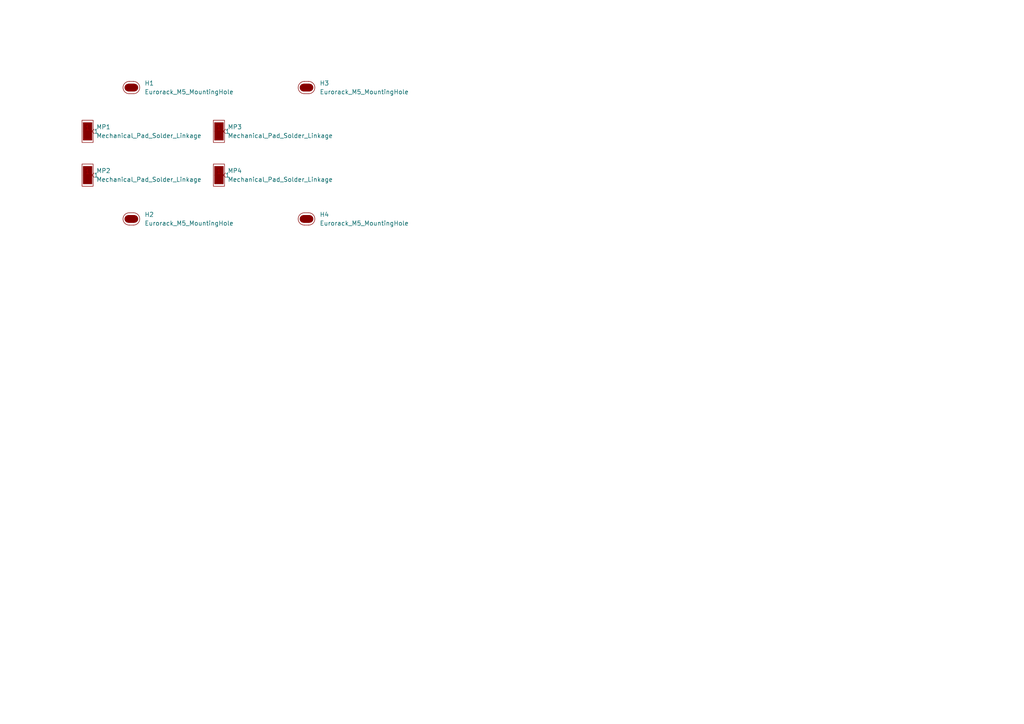
<source format=kicad_sch>
(kicad_sch (version 20250114) (generator "eeschema") (generator_version "9.0")
  (paper "A4")
  (lib_symbols
    (symbol "EXC:Eurorack_M5_MountingHole_Rail" (pin_names (offset 1.016))
      (property "Reference" "H" (at 0 5.08 0))
      (property "Value" "Eurorack_M5_MountingHole" (at 0 3.175 0))
      (symbol "Eurorack_M5_MountingHole_Rail_0_1"
        (circle (center -0.889 0) (radius 1.016) (fill (type outline)))
        (circle (center -0.762 0) (radius 1.016) (fill (type outline)))
        (circle (center -0.635 0) (radius 1.016) (fill (type outline)))
        (arc (start -0.635 -1.778) (mid -2.413 0) (end -0.635 1.778))
        (polyline (pts (xy -0.635 -1.778) (xy 0.635 -1.778)))
        (circle (center -0.508 0) (radius 1.016) (fill (type outline)))
        (circle (center -0.381 0) (radius 1.016) (fill (type outline)))
        (circle (center -0.254 0) (radius 1.016) (fill (type outline)))
        (circle (center -0.127 0) (radius 1.016) (fill (type outline)))
        (circle (center 0 0) (radius 1.016) (fill (type outline)))
        (circle (center 0.127 0) (radius 1.016) (fill (type outline)))
        (circle (center 0.254 0) (radius 1.016) (fill (type outline)))
        (circle (center 0.381 0) (radius 1.016) (fill (type outline)))
        (circle (center 0.508 0) (radius 1.016) (fill (type outline)))
        (polyline (pts (xy 0.635 1.778) (xy -0.635 1.778)))
        (arc (start 0.6141 1.778) (mid 2.4131 0) (end 0.6141 -1.778))
        (circle (center 0.635 0) (radius 1.016) (fill (type outline)))
        (circle (center 0.762 0) (radius 1.016) (fill (type outline)))
        (circle (center 0.889 0) (radius 1.016) (fill (type outline)))
      )
    )
    (symbol "EXC:Mechanical_Pad_Solder_Linkage"
      (property "Reference" "MP" (at 0 4.318 0))
      (property "Value" "Mechanical_Pad_Solder_Linkage" (at 0 -4.318 0))
      (symbol "Mechanical_Pad_Solder_Linkage_0_1"
        (rectangle (start -1.6129 3.2258) (end 1.6129 -3.2258))
        (rectangle (start -1.27 2.54) (end 1.27 -2.54) (fill (type outline)))
      )
      (symbol "Mechanical_Pad_Solder_Linkage_1_1"
        (pin bidirectional non_logic (at -1.27 0 0) (length 2.54) (name "1") (number "1"))
      )
    )
  )
  (symbol (lib_id "EXC:Eurorack_M5_MountingHole_Rail") (at 88.9 25.4 0) (unit 1)
    (property "Reference" "H3" (at 92.71 24.1299 0) (effects (justify left)))
    (property "Value" "Eurorack_M5_MountingHole" (at 92.71 26.6699 0) (effects (justify left)))
    (property "Footprint" "EXC:MountingHole_5.2mm_M5" (effects (hide yes)))
    (property "Description" "Mounting Hole without connection" (effects (hide yes)))
  )
  (symbol (lib_id "EXC:Eurorack_M5_MountingHole_Rail") (at 38.1 25.4 0) (unit 1)
    (property "Reference" "H1" (at 41.91 24.1299 0) (effects (justify left)))
    (property "Value" "Eurorack_M5_MountingHole" (at 41.91 26.6699 0) (effects (justify left)))
    (property "Footprint" "EXC:MountingHole_5.2mm_M5" (effects (hide yes)))
    (property "Description" "Mounting Hole without connection" (effects (hide yes)))
  )
  (symbol (lib_id "EXC:Mechanical_Pad_Solder_Linkage") (at 63.5 50.8 0) (unit 1)
    (property "Reference" "MP4" (at 66.04 49.5299 0) (effects (justify left)))
    (property "Value" "Mechanical_Pad_Solder_Linkage" (at 66.04 52.0699 0) (effects (justify left)))
    (property "Footprint" "EXC:SolderWirePad_1x01_SMD_1x2mm" (effects (hide yes)))
    (property "Description" "Solder pad for mechanically connecting PCBs/etc." (effects (hide yes)))
  )
  (symbol (lib_id "EXC:Mechanical_Pad_Solder_Linkage") (at 63.5 38.1 0) (unit 1)
    (property "Reference" "MP3" (at 66.04 36.8299 0) (effects (justify left)))
    (property "Value" "Mechanical_Pad_Solder_Linkage" (at 66.04 39.3699 0) (effects (justify left)))
    (property "Footprint" "EXC:SolderWirePad_1x01_SMD_1x2mm" (effects (hide yes)))
    (property "Description" "Solder pad for mechanically connecting PCBs/etc." (effects (hide yes)))
  )
  (symbol (lib_id "EXC:Eurorack_M5_MountingHole_Rail") (at 88.9 63.5 0) (unit 1)
    (property "Reference" "H4" (at 92.71 62.2299 0) (effects (justify left)))
    (property "Value" "Eurorack_M5_MountingHole" (at 92.71 64.7699 0) (effects (justify left)))
    (property "Footprint" "EXC:MountingHole_5.2mm_M5" (effects (hide yes)))
    (property "Description" "Mounting Hole without connection" (effects (hide yes)))
  )
  (symbol (lib_id "EXC:Eurorack_M5_MountingHole_Rail") (at 38.1 63.5 0) (unit 1)
    (property "Reference" "H2" (at 41.91 62.2299 0) (effects (justify left)))
    (property "Value" "Eurorack_M5_MountingHole" (at 41.91 64.7699 0) (effects (justify left)))
    (property "Footprint" "EXC:MountingHole_5.2mm_M5" (effects (hide yes)))
    (property "Description" "Mounting Hole without connection" (effects (hide yes)))
  )
  (symbol (lib_id "EXC:Mechanical_Pad_Solder_Linkage") (at 25.4 50.8 0) (unit 1)
    (property "Reference" "MP2" (at 27.94 49.5299 0) (effects (justify left)))
    (property "Value" "Mechanical_Pad_Solder_Linkage" (at 27.94 52.0699 0) (effects (justify left)))
    (property "Footprint" "EXC:SolderWirePad_1x01_SMD_1x2mm" (effects (hide yes)))
    (property "Description" "Solder pad for mechanically connecting PCBs/etc." (effects (hide yes)))
  )
  (symbol (lib_id "EXC:Mechanical_Pad_Solder_Linkage") (at 25.4 38.1 0) (unit 1)
    (property "Reference" "MP1" (at 27.94 36.8299 0) (effects (justify left)))
    (property "Value" "Mechanical_Pad_Solder_Linkage" (at 27.94 39.3699 0) (effects (justify left)))
    (property "Footprint" "EXC:SolderWirePad_1x01_SMD_1x2mm" (effects (hide yes)))
    (property "Description" "Solder pad for mechanically connecting PCBs/etc." (effects (hide yes)))
  )
)
</source>
